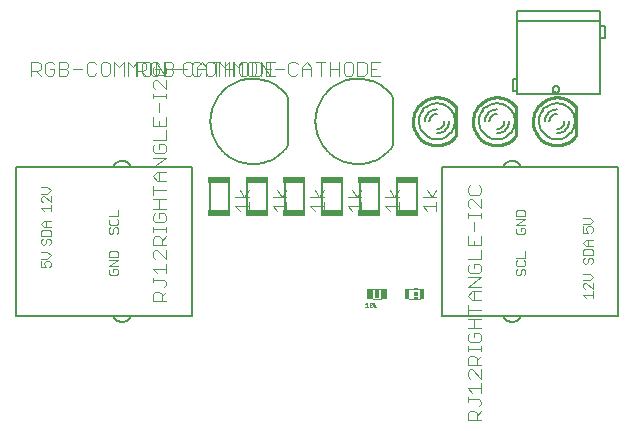
<source format=gto>
G75*
G70*
%OFA0B0*%
%FSLAX24Y24*%
%IPPOS*%
%LPD*%
%AMOC8*
5,1,8,0,0,1.08239X$1,22.5*
%
%ADD10C,0.0100*%
%ADD11C,0.0060*%
%ADD12C,0.0080*%
%ADD13C,0.0050*%
%ADD14C,0.0040*%
%ADD15C,0.0010*%
%ADD16R,0.0720X0.0230*%
%ADD17R,0.0197X0.0374*%
%ADD18R,0.0180X0.0300*%
%ADD19R,0.0157X0.0354*%
%ADD20R,0.0118X0.0059*%
%ADD21R,0.0118X0.0118*%
D10*
X013663Y009484D02*
X013635Y009532D01*
X013611Y009581D01*
X013591Y009633D01*
X013574Y009685D01*
X013561Y009739D01*
X013552Y009793D01*
X013546Y009848D01*
X013544Y009903D01*
X013649Y009506D02*
X013679Y009458D01*
X013712Y009413D01*
X013748Y009370D01*
X013786Y009329D01*
X013828Y009292D01*
X013872Y009257D01*
X013918Y009226D01*
X013967Y009197D01*
X014017Y009173D01*
X014069Y009152D01*
X014123Y009134D01*
X014177Y009121D01*
X014232Y009111D01*
X014288Y009105D01*
X014344Y009103D01*
X014964Y009403D02*
X014964Y010403D01*
X014344Y010703D02*
X014290Y010701D01*
X014236Y010696D01*
X014183Y010687D01*
X014130Y010674D01*
X014079Y010658D01*
X014029Y010638D01*
X013980Y010615D01*
X013932Y010589D01*
X013887Y010560D01*
X013844Y010527D01*
X013803Y010492D01*
X013764Y010454D01*
X013728Y010414D01*
X013695Y010371D01*
X013665Y010326D01*
X013638Y010279D01*
X013640Y010282D02*
X013615Y010232D01*
X013593Y010179D01*
X013576Y010126D01*
X013562Y010071D01*
X013552Y010016D01*
X013546Y009959D01*
X013544Y009903D01*
X014344Y010703D02*
X014398Y010701D01*
X014451Y010696D01*
X014505Y010687D01*
X014557Y010674D01*
X014608Y010658D01*
X014659Y010638D01*
X014708Y010616D01*
X014755Y010590D01*
X014800Y010560D01*
X014843Y010528D01*
X014884Y010493D01*
X014923Y010455D01*
X014959Y010415D01*
X014955Y009386D02*
X014919Y009347D01*
X014880Y009309D01*
X014840Y009275D01*
X014797Y009243D01*
X014752Y009215D01*
X014705Y009189D01*
X014656Y009166D01*
X014606Y009147D01*
X014555Y009131D01*
X014503Y009119D01*
X014451Y009110D01*
X014397Y009105D01*
X014344Y009103D01*
X015649Y009506D02*
X015679Y009458D01*
X015712Y009413D01*
X015748Y009370D01*
X015786Y009329D01*
X015828Y009292D01*
X015872Y009257D01*
X015918Y009226D01*
X015967Y009197D01*
X016017Y009173D01*
X016069Y009152D01*
X016123Y009134D01*
X016177Y009121D01*
X016232Y009111D01*
X016288Y009105D01*
X016344Y009103D01*
X016964Y009403D02*
X016964Y010403D01*
X016344Y010703D02*
X016290Y010701D01*
X016236Y010696D01*
X016183Y010687D01*
X016130Y010674D01*
X016079Y010658D01*
X016029Y010638D01*
X015980Y010615D01*
X015932Y010589D01*
X015887Y010560D01*
X015844Y010527D01*
X015803Y010492D01*
X015764Y010454D01*
X015728Y010414D01*
X015695Y010371D01*
X015665Y010326D01*
X015638Y010279D01*
X015640Y010282D02*
X015615Y010232D01*
X015593Y010179D01*
X015576Y010126D01*
X015562Y010071D01*
X015552Y010016D01*
X015546Y009959D01*
X015544Y009903D01*
X015546Y009848D01*
X015552Y009793D01*
X015561Y009739D01*
X015574Y009685D01*
X015591Y009633D01*
X015611Y009581D01*
X015635Y009532D01*
X015663Y009484D01*
X016344Y010703D02*
X016398Y010701D01*
X016451Y010696D01*
X016505Y010687D01*
X016557Y010674D01*
X016608Y010658D01*
X016659Y010638D01*
X016708Y010616D01*
X016755Y010590D01*
X016800Y010560D01*
X016843Y010528D01*
X016884Y010493D01*
X016923Y010455D01*
X016959Y010415D01*
X016955Y009386D02*
X016919Y009347D01*
X016880Y009309D01*
X016840Y009275D01*
X016797Y009243D01*
X016752Y009215D01*
X016705Y009189D01*
X016656Y009166D01*
X016606Y009147D01*
X016555Y009131D01*
X016503Y009119D01*
X016451Y009110D01*
X016397Y009105D01*
X016344Y009103D01*
X017649Y009506D02*
X017679Y009458D01*
X017712Y009413D01*
X017748Y009370D01*
X017786Y009329D01*
X017828Y009292D01*
X017872Y009257D01*
X017918Y009226D01*
X017967Y009197D01*
X018017Y009173D01*
X018069Y009152D01*
X018123Y009134D01*
X018177Y009121D01*
X018232Y009111D01*
X018288Y009105D01*
X018344Y009103D01*
X018964Y009403D02*
X018964Y010403D01*
X018344Y010703D02*
X018290Y010701D01*
X018236Y010696D01*
X018183Y010687D01*
X018130Y010674D01*
X018079Y010658D01*
X018029Y010638D01*
X017980Y010615D01*
X017932Y010589D01*
X017887Y010560D01*
X017844Y010527D01*
X017803Y010492D01*
X017764Y010454D01*
X017728Y010414D01*
X017695Y010371D01*
X017665Y010326D01*
X017638Y010279D01*
X017640Y010282D02*
X017615Y010232D01*
X017593Y010179D01*
X017576Y010126D01*
X017562Y010071D01*
X017552Y010016D01*
X017546Y009959D01*
X017544Y009903D01*
X017546Y009848D01*
X017552Y009793D01*
X017561Y009739D01*
X017574Y009685D01*
X017591Y009633D01*
X017611Y009581D01*
X017635Y009532D01*
X017663Y009484D01*
X018344Y010703D02*
X018398Y010701D01*
X018451Y010696D01*
X018505Y010687D01*
X018557Y010674D01*
X018608Y010658D01*
X018659Y010638D01*
X018708Y010616D01*
X018755Y010590D01*
X018800Y010560D01*
X018843Y010528D01*
X018884Y010493D01*
X018923Y010455D01*
X018959Y010415D01*
X018955Y009386D02*
X018919Y009347D01*
X018880Y009309D01*
X018840Y009275D01*
X018797Y009243D01*
X018752Y009215D01*
X018705Y009189D01*
X018656Y009166D01*
X018606Y009147D01*
X018555Y009131D01*
X018503Y009119D01*
X018451Y009110D01*
X018397Y009105D01*
X018344Y009103D01*
D11*
X017896Y009504D02*
X017865Y009542D01*
X017837Y009582D01*
X017813Y009624D01*
X017792Y009667D01*
X017775Y009713D01*
X017762Y009759D01*
X017752Y009807D01*
X017746Y009855D01*
X017744Y009903D01*
X018344Y010503D02*
X018391Y010501D01*
X018439Y010495D01*
X018485Y010486D01*
X018531Y010473D01*
X018575Y010457D01*
X018619Y010436D01*
X018660Y010413D01*
X018699Y010387D01*
X018736Y010357D01*
X018771Y010324D01*
X018803Y010289D01*
X018832Y010252D01*
X018344Y009303D02*
X018299Y009305D01*
X018253Y009310D01*
X018209Y009318D01*
X018165Y009330D01*
X018122Y009346D01*
X018080Y009364D01*
X018040Y009386D01*
X018002Y009410D01*
X017966Y009437D01*
X017931Y009467D01*
X017900Y009500D01*
X017870Y009535D01*
X018944Y009903D02*
X018942Y009950D01*
X018937Y009997D01*
X018927Y010043D01*
X018914Y010089D01*
X018898Y010133D01*
X018878Y010176D01*
X018855Y010217D01*
X018829Y010256D01*
X018800Y010293D01*
X018944Y009903D02*
X018942Y009857D01*
X018937Y009811D01*
X018928Y009765D01*
X018916Y009721D01*
X018900Y009677D01*
X018881Y009635D01*
X018859Y009594D01*
X018833Y009556D01*
X018805Y009519D01*
X018344Y010503D02*
X018298Y010501D01*
X018252Y010496D01*
X018206Y010487D01*
X018161Y010475D01*
X018118Y010459D01*
X018076Y010440D01*
X018035Y010417D01*
X017996Y010392D01*
X017960Y010364D01*
X017925Y010333D01*
X017893Y010299D01*
X017864Y010263D01*
X018344Y009303D02*
X018389Y009305D01*
X018435Y009310D01*
X018479Y009318D01*
X018523Y009330D01*
X018566Y009346D01*
X018608Y009364D01*
X018648Y009386D01*
X018686Y009410D01*
X018722Y009437D01*
X018757Y009467D01*
X018788Y009500D01*
X018818Y009535D01*
X018744Y009903D02*
X018742Y009864D01*
X018736Y009825D01*
X018727Y009787D01*
X018714Y009750D01*
X018697Y009714D01*
X018677Y009681D01*
X018653Y009649D01*
X018627Y009620D01*
X018598Y009594D01*
X018566Y009570D01*
X018533Y009550D01*
X018497Y009533D01*
X018460Y009520D01*
X018422Y009511D01*
X018383Y009505D01*
X018344Y009503D01*
X017744Y009903D02*
X017746Y009949D01*
X017751Y009995D01*
X017760Y010041D01*
X017772Y010085D01*
X017788Y010129D01*
X017807Y010171D01*
X017829Y010212D01*
X017855Y010250D01*
X017883Y010287D01*
X018344Y009653D02*
X018374Y009655D01*
X018404Y009660D01*
X018433Y009669D01*
X018460Y009682D01*
X018486Y009697D01*
X018510Y009716D01*
X018531Y009737D01*
X018550Y009761D01*
X018565Y009787D01*
X018578Y009814D01*
X018587Y009843D01*
X018592Y009873D01*
X018594Y009903D01*
X018344Y010303D02*
X018305Y010301D01*
X018266Y010295D01*
X018228Y010286D01*
X018191Y010273D01*
X018155Y010256D01*
X018122Y010236D01*
X018090Y010212D01*
X018061Y010186D01*
X018035Y010157D01*
X018011Y010125D01*
X017991Y010092D01*
X017974Y010056D01*
X017961Y010019D01*
X017952Y009981D01*
X017946Y009942D01*
X017944Y009903D01*
X018094Y009903D02*
X018096Y009933D01*
X018101Y009963D01*
X018110Y009992D01*
X018123Y010019D01*
X018138Y010045D01*
X018157Y010069D01*
X018178Y010090D01*
X018202Y010109D01*
X018228Y010124D01*
X018255Y010137D01*
X018284Y010146D01*
X018314Y010151D01*
X018344Y010153D01*
X016344Y009303D02*
X016299Y009305D01*
X016253Y009310D01*
X016209Y009318D01*
X016165Y009330D01*
X016122Y009346D01*
X016080Y009364D01*
X016040Y009386D01*
X016002Y009410D01*
X015966Y009437D01*
X015931Y009467D01*
X015900Y009500D01*
X015870Y009535D01*
X015896Y009504D02*
X015865Y009542D01*
X015837Y009582D01*
X015813Y009624D01*
X015792Y009667D01*
X015775Y009713D01*
X015762Y009759D01*
X015752Y009807D01*
X015746Y009855D01*
X015744Y009903D01*
X016344Y010503D02*
X016391Y010501D01*
X016439Y010495D01*
X016485Y010486D01*
X016531Y010473D01*
X016575Y010457D01*
X016619Y010436D01*
X016660Y010413D01*
X016699Y010387D01*
X016736Y010357D01*
X016771Y010324D01*
X016803Y010289D01*
X016832Y010252D01*
X016944Y009903D02*
X016942Y009857D01*
X016937Y009811D01*
X016928Y009765D01*
X016916Y009721D01*
X016900Y009677D01*
X016881Y009635D01*
X016859Y009594D01*
X016833Y009556D01*
X016805Y009519D01*
X016944Y009903D02*
X016942Y009950D01*
X016937Y009997D01*
X016927Y010043D01*
X016914Y010089D01*
X016898Y010133D01*
X016878Y010176D01*
X016855Y010217D01*
X016829Y010256D01*
X016800Y010293D01*
X016744Y009903D02*
X016742Y009864D01*
X016736Y009825D01*
X016727Y009787D01*
X016714Y009750D01*
X016697Y009714D01*
X016677Y009681D01*
X016653Y009649D01*
X016627Y009620D01*
X016598Y009594D01*
X016566Y009570D01*
X016533Y009550D01*
X016497Y009533D01*
X016460Y009520D01*
X016422Y009511D01*
X016383Y009505D01*
X016344Y009503D01*
X015744Y009903D02*
X015746Y009949D01*
X015751Y009995D01*
X015760Y010041D01*
X015772Y010085D01*
X015788Y010129D01*
X015807Y010171D01*
X015829Y010212D01*
X015855Y010250D01*
X015883Y010287D01*
X016344Y009303D02*
X016389Y009305D01*
X016435Y009310D01*
X016479Y009318D01*
X016523Y009330D01*
X016566Y009346D01*
X016608Y009364D01*
X016648Y009386D01*
X016686Y009410D01*
X016722Y009437D01*
X016757Y009467D01*
X016788Y009500D01*
X016818Y009535D01*
X016594Y009903D02*
X016592Y009873D01*
X016587Y009843D01*
X016578Y009814D01*
X016565Y009787D01*
X016550Y009761D01*
X016531Y009737D01*
X016510Y009716D01*
X016486Y009697D01*
X016460Y009682D01*
X016433Y009669D01*
X016404Y009660D01*
X016374Y009655D01*
X016344Y009653D01*
X015864Y010263D02*
X015893Y010299D01*
X015925Y010333D01*
X015960Y010364D01*
X015996Y010392D01*
X016035Y010417D01*
X016076Y010440D01*
X016118Y010459D01*
X016161Y010475D01*
X016206Y010487D01*
X016252Y010496D01*
X016298Y010501D01*
X016344Y010503D01*
X016344Y010303D02*
X016305Y010301D01*
X016266Y010295D01*
X016228Y010286D01*
X016191Y010273D01*
X016155Y010256D01*
X016122Y010236D01*
X016090Y010212D01*
X016061Y010186D01*
X016035Y010157D01*
X016011Y010125D01*
X015991Y010092D01*
X015974Y010056D01*
X015961Y010019D01*
X015952Y009981D01*
X015946Y009942D01*
X015944Y009903D01*
X016094Y009903D02*
X016096Y009933D01*
X016101Y009963D01*
X016110Y009992D01*
X016123Y010019D01*
X016138Y010045D01*
X016157Y010069D01*
X016178Y010090D01*
X016202Y010109D01*
X016228Y010124D01*
X016255Y010137D01*
X016284Y010146D01*
X016314Y010151D01*
X016344Y010153D01*
X014344Y009303D02*
X014299Y009305D01*
X014253Y009310D01*
X014209Y009318D01*
X014165Y009330D01*
X014122Y009346D01*
X014080Y009364D01*
X014040Y009386D01*
X014002Y009410D01*
X013966Y009437D01*
X013931Y009467D01*
X013900Y009500D01*
X013870Y009535D01*
X013896Y009504D02*
X013865Y009542D01*
X013837Y009582D01*
X013813Y009624D01*
X013792Y009667D01*
X013775Y009713D01*
X013762Y009759D01*
X013752Y009807D01*
X013746Y009855D01*
X013744Y009903D01*
X014344Y010503D02*
X014391Y010501D01*
X014439Y010495D01*
X014485Y010486D01*
X014531Y010473D01*
X014575Y010457D01*
X014619Y010436D01*
X014660Y010413D01*
X014699Y010387D01*
X014736Y010357D01*
X014771Y010324D01*
X014803Y010289D01*
X014832Y010252D01*
X014944Y009903D02*
X014942Y009857D01*
X014937Y009811D01*
X014928Y009765D01*
X014916Y009721D01*
X014900Y009677D01*
X014881Y009635D01*
X014859Y009594D01*
X014833Y009556D01*
X014805Y009519D01*
X014944Y009903D02*
X014942Y009950D01*
X014937Y009997D01*
X014927Y010043D01*
X014914Y010089D01*
X014898Y010133D01*
X014878Y010176D01*
X014855Y010217D01*
X014829Y010256D01*
X014800Y010293D01*
X014744Y009903D02*
X014742Y009864D01*
X014736Y009825D01*
X014727Y009787D01*
X014714Y009750D01*
X014697Y009714D01*
X014677Y009681D01*
X014653Y009649D01*
X014627Y009620D01*
X014598Y009594D01*
X014566Y009570D01*
X014533Y009550D01*
X014497Y009533D01*
X014460Y009520D01*
X014422Y009511D01*
X014383Y009505D01*
X014344Y009503D01*
X013744Y009903D02*
X013746Y009949D01*
X013751Y009995D01*
X013760Y010041D01*
X013772Y010085D01*
X013788Y010129D01*
X013807Y010171D01*
X013829Y010212D01*
X013855Y010250D01*
X013883Y010287D01*
X014344Y009303D02*
X014389Y009305D01*
X014435Y009310D01*
X014479Y009318D01*
X014523Y009330D01*
X014566Y009346D01*
X014608Y009364D01*
X014648Y009386D01*
X014686Y009410D01*
X014722Y009437D01*
X014757Y009467D01*
X014788Y009500D01*
X014818Y009535D01*
X014594Y009903D02*
X014592Y009873D01*
X014587Y009843D01*
X014578Y009814D01*
X014565Y009787D01*
X014550Y009761D01*
X014531Y009737D01*
X014510Y009716D01*
X014486Y009697D01*
X014460Y009682D01*
X014433Y009669D01*
X014404Y009660D01*
X014374Y009655D01*
X014344Y009653D01*
X013864Y010263D02*
X013893Y010299D01*
X013925Y010333D01*
X013960Y010364D01*
X013996Y010392D01*
X014035Y010417D01*
X014076Y010440D01*
X014118Y010459D01*
X014161Y010475D01*
X014206Y010487D01*
X014252Y010496D01*
X014298Y010501D01*
X014344Y010503D01*
X014344Y010303D02*
X014305Y010301D01*
X014266Y010295D01*
X014228Y010286D01*
X014191Y010273D01*
X014155Y010256D01*
X014122Y010236D01*
X014090Y010212D01*
X014061Y010186D01*
X014035Y010157D01*
X014011Y010125D01*
X013991Y010092D01*
X013974Y010056D01*
X013961Y010019D01*
X013952Y009981D01*
X013946Y009942D01*
X013944Y009903D01*
X014094Y009903D02*
X014096Y009933D01*
X014101Y009963D01*
X014110Y009992D01*
X014123Y010019D01*
X014138Y010045D01*
X014157Y010069D01*
X014178Y010090D01*
X014202Y010109D01*
X014228Y010124D01*
X014255Y010137D01*
X014284Y010146D01*
X014314Y010151D01*
X014344Y010153D01*
X013674Y007853D02*
X013674Y006953D01*
X013014Y006953D02*
X013014Y007853D01*
X012424Y007853D02*
X012424Y006953D01*
X011764Y006953D02*
X011764Y007853D01*
X011174Y007853D02*
X011174Y006953D01*
X010514Y006953D02*
X010514Y007853D01*
X009924Y007853D02*
X009924Y006953D01*
X009264Y006953D02*
X009264Y007853D01*
X008674Y007853D02*
X008674Y006953D01*
X008014Y006953D02*
X008014Y007853D01*
X007424Y007853D02*
X007424Y006953D01*
X006764Y006953D02*
X006764Y007853D01*
D12*
X003549Y003413D02*
X000322Y003413D01*
X000322Y008393D01*
X004139Y008393D01*
X006187Y008393D01*
X006187Y003413D01*
X004139Y003413D01*
X003549Y003413D01*
X003549Y003412D02*
X003563Y003381D01*
X003581Y003352D01*
X003602Y003325D01*
X003626Y003301D01*
X003652Y003279D01*
X003681Y003260D01*
X003711Y003244D01*
X003743Y003231D01*
X003776Y003222D01*
X003810Y003217D01*
X003844Y003215D01*
X003878Y003217D01*
X003912Y003222D01*
X003945Y003231D01*
X003977Y003244D01*
X004007Y003260D01*
X004036Y003279D01*
X004062Y003301D01*
X004086Y003325D01*
X004107Y003352D01*
X004125Y003381D01*
X004139Y003412D01*
X004139Y008393D02*
X004125Y008424D01*
X004107Y008453D01*
X004086Y008480D01*
X004062Y008504D01*
X004036Y008526D01*
X004007Y008545D01*
X003977Y008561D01*
X003945Y008574D01*
X003912Y008583D01*
X003878Y008588D01*
X003844Y008590D01*
X003810Y008588D01*
X003776Y008583D01*
X003743Y008574D01*
X003711Y008561D01*
X003681Y008545D01*
X003652Y008526D01*
X003626Y008504D01*
X003602Y008480D01*
X003581Y008453D01*
X003563Y008424D01*
X003549Y008393D01*
X014502Y008393D02*
X014502Y003413D01*
X016549Y003413D01*
X020366Y003413D01*
X020366Y008393D01*
X017139Y008393D01*
X016549Y008393D01*
X014502Y008393D01*
X016549Y008393D02*
X016563Y008424D01*
X016581Y008453D01*
X016602Y008480D01*
X016626Y008504D01*
X016652Y008526D01*
X016681Y008545D01*
X016711Y008561D01*
X016743Y008574D01*
X016776Y008583D01*
X016810Y008588D01*
X016844Y008590D01*
X016878Y008588D01*
X016912Y008583D01*
X016945Y008574D01*
X016977Y008561D01*
X017007Y008545D01*
X017036Y008526D01*
X017062Y008504D01*
X017086Y008480D01*
X017107Y008453D01*
X017125Y008424D01*
X017139Y008393D01*
X017027Y010814D02*
X017027Y013255D01*
X019783Y013255D01*
X019783Y010814D01*
X017027Y010814D01*
X017027Y010913D02*
X016870Y010913D01*
X016870Y011306D01*
X017027Y011306D01*
X017027Y013255D02*
X017027Y013570D01*
X019783Y013570D01*
X019783Y013255D01*
X019783Y013078D02*
X019941Y013078D01*
X019941Y012684D01*
X019783Y012684D01*
X017139Y003412D02*
X017125Y003381D01*
X017107Y003352D01*
X017086Y003325D01*
X017062Y003301D01*
X017036Y003279D01*
X017007Y003260D01*
X016977Y003244D01*
X016945Y003231D01*
X016912Y003222D01*
X016878Y003217D01*
X016844Y003215D01*
X016810Y003217D01*
X016776Y003222D01*
X016743Y003231D01*
X016711Y003244D01*
X016681Y003260D01*
X016652Y003279D01*
X016626Y003301D01*
X016602Y003325D01*
X016581Y003352D01*
X016563Y003381D01*
X016549Y003412D01*
D13*
X012893Y009115D02*
X012893Y010690D01*
X012894Y010691D02*
X012850Y010752D01*
X012804Y010810D01*
X012755Y010867D01*
X012703Y010920D01*
X012648Y010971D01*
X012590Y011019D01*
X012530Y011063D01*
X012468Y011105D01*
X012404Y011143D01*
X012338Y011178D01*
X012270Y011209D01*
X012200Y011236D01*
X012129Y011260D01*
X012057Y011280D01*
X011984Y011297D01*
X011911Y011309D01*
X011836Y011318D01*
X011762Y011322D01*
X011687Y011323D01*
X011612Y011319D01*
X011538Y011312D01*
X011464Y011301D01*
X011391Y011286D01*
X011318Y011267D01*
X011247Y011245D01*
X011177Y011218D01*
X011109Y011188D01*
X011042Y011155D01*
X010977Y011118D01*
X010914Y011078D01*
X010853Y011034D01*
X010795Y010987D01*
X010739Y010937D01*
X010686Y010885D01*
X010636Y010829D01*
X010589Y010772D01*
X010544Y010711D01*
X010504Y010649D01*
X010466Y010584D01*
X010432Y010517D01*
X010401Y010449D01*
X010374Y010380D01*
X010351Y010308D01*
X010332Y010236D01*
X010316Y010163D01*
X010304Y010089D01*
X010296Y010015D01*
X010292Y009940D01*
X010292Y009866D01*
X010296Y009791D01*
X010304Y009717D01*
X010316Y009643D01*
X010332Y009570D01*
X010351Y009498D01*
X010374Y009426D01*
X010401Y009357D01*
X010432Y009289D01*
X010466Y009222D01*
X010504Y009157D01*
X010544Y009095D01*
X010589Y009034D01*
X010636Y008977D01*
X010686Y008921D01*
X010739Y008869D01*
X010795Y008819D01*
X010853Y008772D01*
X010914Y008728D01*
X010977Y008688D01*
X011042Y008651D01*
X011109Y008618D01*
X011177Y008588D01*
X011247Y008561D01*
X011318Y008539D01*
X011391Y008520D01*
X011464Y008505D01*
X011538Y008494D01*
X011612Y008487D01*
X011687Y008483D01*
X011762Y008484D01*
X011836Y008488D01*
X011911Y008497D01*
X011984Y008509D01*
X012057Y008526D01*
X012129Y008546D01*
X012200Y008570D01*
X012270Y008597D01*
X012338Y008628D01*
X012404Y008663D01*
X012468Y008701D01*
X012530Y008743D01*
X012590Y008787D01*
X012648Y008835D01*
X012703Y008886D01*
X012755Y008939D01*
X012804Y008996D01*
X012850Y009054D01*
X012894Y009115D01*
X009393Y009115D02*
X009393Y010690D01*
X009394Y010691D02*
X009350Y010752D01*
X009304Y010810D01*
X009255Y010867D01*
X009203Y010920D01*
X009148Y010971D01*
X009090Y011019D01*
X009030Y011063D01*
X008968Y011105D01*
X008904Y011143D01*
X008838Y011178D01*
X008770Y011209D01*
X008700Y011236D01*
X008629Y011260D01*
X008557Y011280D01*
X008484Y011297D01*
X008411Y011309D01*
X008336Y011318D01*
X008262Y011322D01*
X008187Y011323D01*
X008112Y011319D01*
X008038Y011312D01*
X007964Y011301D01*
X007891Y011286D01*
X007818Y011267D01*
X007747Y011245D01*
X007677Y011218D01*
X007609Y011188D01*
X007542Y011155D01*
X007477Y011118D01*
X007414Y011078D01*
X007353Y011034D01*
X007295Y010987D01*
X007239Y010937D01*
X007186Y010885D01*
X007136Y010829D01*
X007089Y010772D01*
X007044Y010711D01*
X007004Y010649D01*
X006966Y010584D01*
X006932Y010517D01*
X006901Y010449D01*
X006874Y010380D01*
X006851Y010308D01*
X006832Y010236D01*
X006816Y010163D01*
X006804Y010089D01*
X006796Y010015D01*
X006792Y009940D01*
X006792Y009866D01*
X006796Y009791D01*
X006804Y009717D01*
X006816Y009643D01*
X006832Y009570D01*
X006851Y009498D01*
X006874Y009426D01*
X006901Y009357D01*
X006932Y009289D01*
X006966Y009222D01*
X007004Y009157D01*
X007044Y009095D01*
X007089Y009034D01*
X007136Y008977D01*
X007186Y008921D01*
X007239Y008869D01*
X007295Y008819D01*
X007353Y008772D01*
X007414Y008728D01*
X007477Y008688D01*
X007542Y008651D01*
X007609Y008618D01*
X007677Y008588D01*
X007747Y008561D01*
X007818Y008539D01*
X007891Y008520D01*
X007964Y008505D01*
X008038Y008494D01*
X008112Y008487D01*
X008187Y008483D01*
X008262Y008484D01*
X008336Y008488D01*
X008411Y008497D01*
X008484Y008509D01*
X008557Y008526D01*
X008629Y008546D01*
X008700Y008570D01*
X008770Y008597D01*
X008838Y008628D01*
X008904Y008663D01*
X008968Y008701D01*
X009030Y008743D01*
X009090Y008787D01*
X009148Y008835D01*
X009203Y008886D01*
X009255Y008939D01*
X009304Y008996D01*
X009350Y009054D01*
X009394Y009115D01*
X018196Y010972D02*
X018198Y010992D01*
X018203Y011012D01*
X018213Y011030D01*
X018225Y011047D01*
X018240Y011061D01*
X018258Y011071D01*
X018277Y011079D01*
X018297Y011083D01*
X018317Y011083D01*
X018337Y011079D01*
X018356Y011071D01*
X018374Y011061D01*
X018389Y011047D01*
X018401Y011030D01*
X018411Y011012D01*
X018416Y010992D01*
X018418Y010972D01*
X018416Y010952D01*
X018411Y010932D01*
X018401Y010914D01*
X018389Y010897D01*
X018374Y010883D01*
X018356Y010873D01*
X018337Y010865D01*
X018317Y010861D01*
X018297Y010861D01*
X018277Y010865D01*
X018258Y010873D01*
X018240Y010883D01*
X018225Y010897D01*
X018213Y010914D01*
X018203Y010932D01*
X018198Y010952D01*
X018196Y010972D01*
D14*
X015747Y007769D02*
X015824Y007693D01*
X015824Y007539D01*
X015747Y007462D01*
X015440Y007462D01*
X015364Y007539D01*
X015364Y007693D01*
X015440Y007769D01*
X015440Y007309D02*
X015364Y007232D01*
X015364Y007079D01*
X015440Y007002D01*
X015364Y006849D02*
X015364Y006695D01*
X015364Y006772D02*
X015824Y006772D01*
X015824Y006695D02*
X015824Y006849D01*
X015824Y007002D02*
X015517Y007309D01*
X015440Y007309D01*
X015824Y007309D02*
X015824Y007002D01*
X015594Y006542D02*
X015594Y006235D01*
X015364Y006081D02*
X015364Y005774D01*
X015824Y005774D01*
X015824Y006081D01*
X015594Y005928D02*
X015594Y005774D01*
X015824Y005621D02*
X015824Y005314D01*
X015364Y005314D01*
X015440Y005160D02*
X015364Y005084D01*
X015364Y004930D01*
X015440Y004854D01*
X015747Y004854D01*
X015824Y004930D01*
X015824Y005084D01*
X015747Y005160D01*
X015594Y005160D01*
X015594Y005007D01*
X015824Y004700D02*
X015364Y004700D01*
X015364Y004393D02*
X015824Y004700D01*
X015824Y004393D02*
X015364Y004393D01*
X015517Y004240D02*
X015824Y004240D01*
X015594Y004240D02*
X015594Y003933D01*
X015517Y003933D02*
X015364Y004086D01*
X015517Y004240D01*
X015517Y003933D02*
X015824Y003933D01*
X015824Y003626D02*
X015364Y003626D01*
X015364Y003779D02*
X015364Y003472D01*
X015364Y003319D02*
X015824Y003319D01*
X015594Y003319D02*
X015594Y003012D01*
X015594Y002859D02*
X015594Y002705D01*
X015594Y002859D02*
X015747Y002859D01*
X015824Y002782D01*
X015824Y002628D01*
X015747Y002552D01*
X015440Y002552D01*
X015364Y002628D01*
X015364Y002782D01*
X015440Y002859D01*
X015364Y003012D02*
X015824Y003012D01*
X015824Y002398D02*
X015824Y002245D01*
X015824Y002321D02*
X015364Y002321D01*
X015364Y002245D02*
X015364Y002398D01*
X015440Y002091D02*
X015594Y002091D01*
X015671Y002014D01*
X015671Y001784D01*
X015824Y001784D02*
X015364Y001784D01*
X015364Y002014D01*
X015440Y002091D01*
X015671Y001938D02*
X015824Y002091D01*
X015824Y001631D02*
X015824Y001324D01*
X015517Y001631D01*
X015440Y001631D01*
X015364Y001554D01*
X015364Y001401D01*
X015440Y001324D01*
X015364Y001017D02*
X015824Y001017D01*
X015824Y001170D02*
X015824Y000863D01*
X015747Y000633D02*
X015364Y000633D01*
X015364Y000557D02*
X015364Y000710D01*
X015517Y000863D02*
X015364Y001017D01*
X015747Y000633D02*
X015824Y000557D01*
X015824Y000480D01*
X015747Y000403D01*
X015824Y000250D02*
X015671Y000096D01*
X015671Y000173D02*
X015671Y-000057D01*
X015824Y-000057D02*
X015364Y-000057D01*
X015364Y000173D01*
X015440Y000250D01*
X015594Y000250D01*
X015671Y000173D01*
X012484Y003988D02*
X012204Y003988D01*
X012204Y004323D02*
X012484Y004323D01*
X013417Y004310D02*
X013771Y004310D01*
X013771Y003995D02*
X013417Y003995D01*
X013074Y006923D02*
X013074Y007230D01*
X013074Y007383D02*
X012614Y007383D01*
X012767Y007613D02*
X012921Y007383D01*
X013074Y007613D01*
X013074Y007076D02*
X012614Y007076D01*
X012767Y006923D01*
X011824Y006923D02*
X011824Y007230D01*
X011824Y007383D02*
X011364Y007383D01*
X011517Y007613D02*
X011671Y007383D01*
X011824Y007613D01*
X011824Y007076D02*
X011364Y007076D01*
X011517Y006923D01*
X010574Y006923D02*
X010574Y007230D01*
X010574Y007383D02*
X010114Y007383D01*
X010267Y007613D02*
X010421Y007383D01*
X010574Y007613D01*
X010574Y007076D02*
X010114Y007076D01*
X010267Y006923D01*
X009324Y006923D02*
X009324Y007230D01*
X009324Y007383D02*
X008864Y007383D01*
X009017Y007613D02*
X009171Y007383D01*
X009324Y007613D01*
X009324Y007076D02*
X008864Y007076D01*
X009017Y006923D01*
X008074Y006923D02*
X008074Y007230D01*
X008074Y007383D02*
X007614Y007383D01*
X007767Y007613D02*
X007921Y007383D01*
X008074Y007613D01*
X008074Y007076D02*
X007614Y007076D01*
X007767Y006923D01*
X005324Y006992D02*
X004864Y006992D01*
X004940Y006839D02*
X004864Y006762D01*
X004864Y006608D01*
X004940Y006532D01*
X005247Y006532D01*
X005324Y006608D01*
X005324Y006762D01*
X005247Y006839D01*
X005094Y006839D01*
X005094Y006685D01*
X005094Y006992D02*
X005094Y007299D01*
X004864Y007299D02*
X005324Y007299D01*
X005324Y007606D02*
X004864Y007606D01*
X004864Y007453D02*
X004864Y007759D01*
X005017Y007913D02*
X004864Y008066D01*
X005017Y008220D01*
X005324Y008220D01*
X005324Y008373D02*
X004864Y008373D01*
X005324Y008680D01*
X004864Y008680D01*
X004940Y008834D02*
X005247Y008834D01*
X005324Y008910D01*
X005324Y009064D01*
X005247Y009141D01*
X005094Y009141D01*
X005094Y008987D01*
X004940Y008834D02*
X004864Y008910D01*
X004864Y009064D01*
X004940Y009141D01*
X004864Y009294D02*
X005324Y009294D01*
X005324Y009601D01*
X005324Y009754D02*
X005324Y010061D01*
X005094Y009908D02*
X005094Y009754D01*
X004864Y009754D02*
X005324Y009754D01*
X004864Y009754D02*
X004864Y010061D01*
X005094Y010215D02*
X005094Y010522D01*
X005324Y010675D02*
X005324Y010829D01*
X005324Y010752D02*
X004864Y010752D01*
X004864Y010675D02*
X004864Y010829D01*
X004940Y010982D02*
X004864Y011059D01*
X004864Y011212D01*
X004940Y011289D01*
X005017Y011289D01*
X005324Y010982D01*
X005324Y011289D01*
X005278Y011423D02*
X005278Y011883D01*
X005248Y011883D02*
X005478Y011883D01*
X005555Y011807D01*
X005555Y011730D01*
X005478Y011653D01*
X005248Y011653D01*
X005324Y011673D02*
X005247Y011750D01*
X005324Y011673D02*
X005324Y011519D01*
X005247Y011443D01*
X004940Y011443D01*
X004864Y011519D01*
X004864Y011673D01*
X004940Y011750D01*
X004941Y011653D02*
X005094Y011653D01*
X005094Y011500D01*
X005018Y011423D01*
X004864Y011423D01*
X004787Y011500D01*
X004787Y011807D01*
X004864Y011883D01*
X005018Y011883D01*
X005094Y011807D01*
X004971Y011883D02*
X005278Y011423D01*
X005248Y011423D02*
X005478Y011423D01*
X005555Y011500D01*
X005555Y011576D01*
X005478Y011653D01*
X005431Y011653D02*
X005738Y011653D01*
X005708Y011653D02*
X006015Y011653D01*
X005891Y011500D02*
X005968Y011423D01*
X006122Y011423D01*
X006198Y011500D01*
X006169Y011500D02*
X006245Y011423D01*
X006399Y011423D01*
X006476Y011500D01*
X006352Y011423D02*
X006352Y011730D01*
X006505Y011883D01*
X006659Y011730D01*
X006659Y011423D01*
X006706Y011423D02*
X006859Y011423D01*
X006936Y011500D01*
X006936Y011807D01*
X006859Y011883D01*
X006706Y011883D01*
X006629Y011807D01*
X006629Y011500D01*
X006706Y011423D01*
X006659Y011653D02*
X006352Y011653D01*
X006476Y011807D02*
X006399Y011883D01*
X006245Y011883D01*
X006169Y011807D01*
X006169Y011500D01*
X005891Y011500D02*
X005891Y011807D01*
X005968Y011883D01*
X006122Y011883D01*
X006198Y011807D01*
X006812Y011883D02*
X007119Y011883D01*
X007089Y011883D02*
X007243Y011730D01*
X007396Y011883D01*
X007396Y011423D01*
X007273Y011423D02*
X007273Y011883D01*
X007089Y011883D02*
X007089Y011423D01*
X006966Y011423D02*
X006966Y011883D01*
X007273Y011653D02*
X007579Y011653D01*
X007703Y011730D02*
X007857Y011883D01*
X007857Y011423D01*
X007810Y011423D02*
X007963Y011423D01*
X008040Y011500D01*
X008040Y011807D01*
X007963Y011883D01*
X007810Y011883D01*
X007733Y011807D01*
X007733Y011500D01*
X007810Y011423D01*
X008010Y011500D02*
X008087Y011423D01*
X008240Y011423D01*
X008317Y011500D01*
X008317Y011807D01*
X008240Y011883D01*
X008087Y011883D01*
X008010Y011807D01*
X008010Y011500D01*
X008193Y011423D02*
X008424Y011423D01*
X008500Y011500D01*
X008500Y011807D01*
X008424Y011883D01*
X008193Y011883D01*
X008193Y011423D01*
X008471Y011423D02*
X008471Y011883D01*
X008778Y011423D01*
X008778Y011883D01*
X008654Y011883D02*
X008654Y011423D01*
X008961Y011423D01*
X008931Y011653D02*
X009238Y011653D01*
X009391Y011500D02*
X009468Y011423D01*
X009622Y011423D01*
X009698Y011500D01*
X009852Y011423D02*
X009852Y011730D01*
X010005Y011883D01*
X010159Y011730D01*
X010159Y011423D01*
X010159Y011653D02*
X009852Y011653D01*
X009698Y011807D02*
X009622Y011883D01*
X009468Y011883D01*
X009391Y011807D01*
X009391Y011500D01*
X008961Y011883D02*
X008654Y011883D01*
X008654Y011653D02*
X008807Y011653D01*
X007703Y011730D02*
X007550Y011883D01*
X007550Y011423D01*
X007579Y011423D02*
X007579Y011883D01*
X005248Y011883D02*
X005248Y011423D01*
X004971Y011423D02*
X004971Y011883D01*
X004817Y011807D02*
X004740Y011883D01*
X004587Y011883D01*
X004510Y011807D01*
X004510Y011500D01*
X004587Y011423D01*
X004740Y011423D01*
X004817Y011500D01*
X004817Y011807D01*
X004634Y011807D02*
X004634Y011653D01*
X004557Y011576D01*
X004327Y011576D01*
X004327Y011423D02*
X004327Y011883D01*
X004557Y011883D01*
X004634Y011807D01*
X004481Y011576D02*
X004634Y011423D01*
X004357Y011423D02*
X004357Y011883D01*
X004203Y011730D01*
X004050Y011883D01*
X004050Y011423D01*
X003896Y011423D02*
X003896Y011883D01*
X003743Y011730D01*
X003589Y011883D01*
X003589Y011423D01*
X003436Y011500D02*
X003436Y011807D01*
X003359Y011883D01*
X003206Y011883D01*
X003129Y011807D01*
X003129Y011500D01*
X003206Y011423D01*
X003359Y011423D01*
X003436Y011500D01*
X002976Y011500D02*
X002899Y011423D01*
X002745Y011423D01*
X002669Y011500D01*
X002669Y011807D01*
X002745Y011883D01*
X002899Y011883D01*
X002976Y011807D01*
X002515Y011653D02*
X002208Y011653D01*
X002055Y011576D02*
X002055Y011500D01*
X001978Y011423D01*
X001748Y011423D01*
X001748Y011883D01*
X001978Y011883D01*
X002055Y011807D01*
X002055Y011730D01*
X001978Y011653D01*
X001748Y011653D01*
X001594Y011653D02*
X001594Y011500D01*
X001518Y011423D01*
X001364Y011423D01*
X001287Y011500D01*
X001287Y011807D01*
X001364Y011883D01*
X001518Y011883D01*
X001594Y011807D01*
X001594Y011653D02*
X001441Y011653D01*
X001134Y011653D02*
X001134Y011807D01*
X001057Y011883D01*
X000827Y011883D01*
X000827Y011423D01*
X000827Y011576D02*
X001057Y011576D01*
X001134Y011653D01*
X000981Y011576D02*
X001134Y011423D01*
X001978Y011653D02*
X002055Y011576D01*
X005094Y008220D02*
X005094Y007913D01*
X005017Y007913D02*
X005324Y007913D01*
X005324Y006378D02*
X005324Y006225D01*
X005324Y006302D02*
X004864Y006302D01*
X004864Y006378D02*
X004864Y006225D01*
X004940Y006071D02*
X005094Y006071D01*
X005171Y005995D01*
X005171Y005764D01*
X005324Y005764D02*
X004864Y005764D01*
X004864Y005995D01*
X004940Y006071D01*
X005171Y005918D02*
X005324Y006071D01*
X005324Y005611D02*
X005324Y005304D01*
X005017Y005611D01*
X004940Y005611D01*
X004864Y005534D01*
X004864Y005381D01*
X004940Y005304D01*
X004864Y004997D02*
X005324Y004997D01*
X005324Y004844D02*
X005324Y005151D01*
X005017Y004844D02*
X004864Y004997D01*
X004864Y004690D02*
X004864Y004537D01*
X004864Y004613D02*
X005247Y004613D01*
X005324Y004537D01*
X005324Y004460D01*
X005247Y004383D01*
X005324Y004230D02*
X005171Y004076D01*
X005171Y004153D02*
X005171Y003923D01*
X005324Y003923D02*
X004864Y003923D01*
X004864Y004153D01*
X004940Y004230D01*
X005094Y004230D01*
X005171Y004153D01*
X013864Y007076D02*
X014324Y007076D01*
X014324Y006923D02*
X014324Y007230D01*
X014324Y007383D02*
X013864Y007383D01*
X014017Y007613D02*
X014171Y007383D01*
X014324Y007613D01*
X013864Y007076D02*
X014017Y006923D01*
X012461Y011423D02*
X012154Y011423D01*
X012154Y011883D01*
X012461Y011883D01*
X012307Y011653D02*
X012154Y011653D01*
X012000Y011500D02*
X012000Y011807D01*
X011924Y011883D01*
X011693Y011883D01*
X011693Y011423D01*
X011924Y011423D01*
X012000Y011500D01*
X011540Y011500D02*
X011540Y011807D01*
X011463Y011883D01*
X011310Y011883D01*
X011233Y011807D01*
X011233Y011500D01*
X011310Y011423D01*
X011463Y011423D01*
X011540Y011500D01*
X011079Y011423D02*
X011079Y011883D01*
X011079Y011653D02*
X010773Y011653D01*
X010773Y011423D02*
X010773Y011883D01*
X010619Y011883D02*
X010312Y011883D01*
X010466Y011883D02*
X010466Y011423D01*
D15*
X016974Y006893D02*
X016974Y006738D01*
X017284Y006738D01*
X017284Y006893D01*
X017232Y006945D01*
X017026Y006945D01*
X016974Y006893D01*
X016974Y006650D02*
X017284Y006650D01*
X016974Y006444D01*
X017284Y006444D01*
X017232Y006356D02*
X017129Y006356D01*
X017129Y006252D01*
X017026Y006149D02*
X017232Y006149D01*
X017284Y006201D01*
X017284Y006304D01*
X017232Y006356D01*
X017026Y006356D02*
X016974Y006304D01*
X016974Y006201D01*
X017026Y006149D01*
X017284Y005570D02*
X017284Y005363D01*
X016974Y005363D01*
X017026Y005275D02*
X016974Y005224D01*
X016974Y005120D01*
X017026Y005069D01*
X017232Y005069D01*
X017284Y005120D01*
X017284Y005224D01*
X017232Y005275D01*
X017232Y004981D02*
X017284Y004929D01*
X017284Y004826D01*
X017232Y004774D01*
X017129Y004826D02*
X017129Y004929D01*
X017181Y004981D01*
X017232Y004981D01*
X017129Y004826D02*
X017077Y004774D01*
X017026Y004774D01*
X016974Y004826D01*
X016974Y004929D01*
X017026Y004981D01*
X019224Y004820D02*
X019431Y004820D01*
X019534Y004717D01*
X019431Y004613D01*
X019224Y004613D01*
X019276Y004525D02*
X019224Y004474D01*
X019224Y004370D01*
X019276Y004319D01*
X019276Y004525D02*
X019327Y004525D01*
X019534Y004319D01*
X019534Y004525D01*
X019534Y004231D02*
X019534Y004024D01*
X019534Y004127D02*
X019224Y004127D01*
X019327Y004024D01*
X019327Y005149D02*
X019379Y005201D01*
X019379Y005304D01*
X019431Y005356D01*
X019482Y005356D01*
X019534Y005304D01*
X019534Y005201D01*
X019482Y005149D01*
X019327Y005149D02*
X019276Y005149D01*
X019224Y005201D01*
X019224Y005304D01*
X019276Y005356D01*
X019224Y005444D02*
X019224Y005599D01*
X019276Y005650D01*
X019482Y005650D01*
X019534Y005599D01*
X019534Y005444D01*
X019224Y005444D01*
X019327Y005738D02*
X019224Y005842D01*
X019327Y005945D01*
X019534Y005945D01*
X019379Y005945D02*
X019379Y005738D01*
X019327Y005738D02*
X019534Y005738D01*
X019482Y006194D02*
X019534Y006245D01*
X019534Y006349D01*
X019482Y006400D01*
X019379Y006400D01*
X019327Y006349D01*
X019327Y006297D01*
X019379Y006194D01*
X019224Y006194D01*
X019224Y006400D01*
X019224Y006488D02*
X019431Y006488D01*
X019534Y006592D01*
X019431Y006695D01*
X019224Y006695D01*
X012319Y003808D02*
X012244Y003758D01*
X012319Y003708D01*
X012244Y003708D02*
X012244Y003858D01*
X012197Y003833D02*
X012172Y003858D01*
X012121Y003858D01*
X012096Y003833D01*
X012096Y003733D01*
X012197Y003833D01*
X012197Y003733D01*
X012172Y003708D01*
X012121Y003708D01*
X012096Y003733D01*
X012049Y003708D02*
X011949Y003708D01*
X011999Y003708D02*
X011999Y003858D01*
X011949Y003808D01*
X003714Y004835D02*
X003714Y004938D01*
X003662Y004990D01*
X003559Y004990D01*
X003559Y004886D01*
X003456Y004783D02*
X003662Y004783D01*
X003714Y004835D01*
X003456Y004783D02*
X003404Y004835D01*
X003404Y004938D01*
X003456Y004990D01*
X003404Y005078D02*
X003714Y005284D01*
X003404Y005284D01*
X003404Y005372D02*
X003404Y005527D01*
X003456Y005579D01*
X003662Y005579D01*
X003714Y005527D01*
X003714Y005372D01*
X003404Y005372D01*
X003404Y005078D02*
X003714Y005078D01*
X003662Y006158D02*
X003714Y006210D01*
X003714Y006313D01*
X003662Y006365D01*
X003611Y006365D01*
X003559Y006313D01*
X003559Y006210D01*
X003507Y006158D01*
X003456Y006158D01*
X003404Y006210D01*
X003404Y006313D01*
X003456Y006365D01*
X003456Y006453D02*
X003662Y006453D01*
X003714Y006504D01*
X003714Y006608D01*
X003662Y006659D01*
X003714Y006747D02*
X003714Y006954D01*
X003714Y006747D02*
X003404Y006747D01*
X003456Y006659D02*
X003404Y006608D01*
X003404Y006504D01*
X003456Y006453D01*
X001464Y006372D02*
X001257Y006372D01*
X001154Y006476D01*
X001257Y006579D01*
X001464Y006579D01*
X001309Y006579D02*
X001309Y006372D01*
X001206Y006284D02*
X001154Y006233D01*
X001154Y006078D01*
X001464Y006078D01*
X001464Y006233D01*
X001412Y006284D01*
X001206Y006284D01*
X001206Y005990D02*
X001154Y005938D01*
X001154Y005835D01*
X001206Y005783D01*
X001257Y005783D01*
X001309Y005835D01*
X001309Y005938D01*
X001361Y005990D01*
X001412Y005990D01*
X001464Y005938D01*
X001464Y005835D01*
X001412Y005783D01*
X001361Y005534D02*
X001154Y005534D01*
X001154Y005328D02*
X001361Y005328D01*
X001464Y005431D01*
X001361Y005534D01*
X001412Y005240D02*
X001464Y005188D01*
X001464Y005085D01*
X001412Y005033D01*
X001309Y005033D02*
X001257Y005136D01*
X001257Y005188D01*
X001309Y005240D01*
X001412Y005240D01*
X001309Y005033D02*
X001154Y005033D01*
X001154Y005240D01*
X001257Y006908D02*
X001154Y007011D01*
X001464Y007011D01*
X001464Y006908D02*
X001464Y007115D01*
X001464Y007203D02*
X001257Y007409D01*
X001206Y007409D01*
X001154Y007358D01*
X001154Y007254D01*
X001206Y007203D01*
X001464Y007203D02*
X001464Y007409D01*
X001361Y007497D02*
X001464Y007601D01*
X001361Y007704D01*
X001154Y007704D01*
X001154Y007497D02*
X001361Y007497D01*
D16*
X007094Y007958D03*
X008344Y007958D03*
X009594Y007958D03*
X010844Y007958D03*
X012094Y007958D03*
X013344Y007958D03*
X013344Y006848D03*
X012094Y006848D03*
X010844Y006848D03*
X009594Y006848D03*
X008344Y006848D03*
X007094Y006848D03*
D17*
X012113Y004155D03*
X012573Y004155D03*
D18*
X012344Y004153D03*
D19*
X013338Y004153D03*
X013850Y004153D03*
D20*
X013653Y004300D03*
X013653Y004005D03*
D21*
X013653Y004153D03*
M02*

</source>
